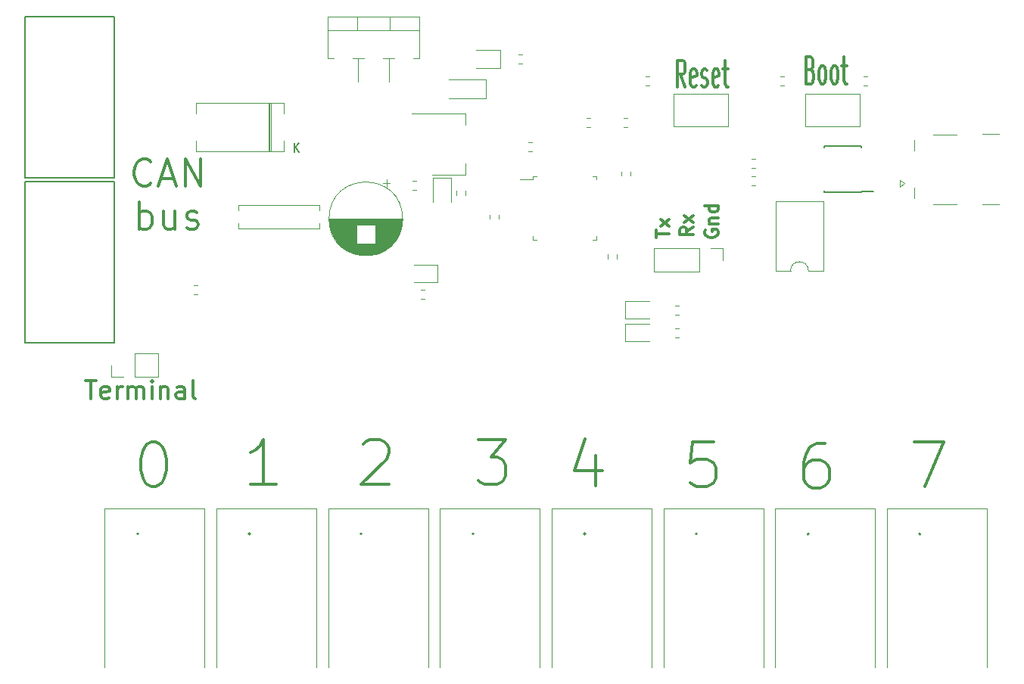
<source format=gbr>
G04 #@! TF.FileFunction,Legend,Top*
%FSLAX46Y46*%
G04 Gerber Fmt 4.6, Leading zero omitted, Abs format (unit mm)*
G04 Created by KiCad (PCBNEW 4.0.7) date Wed Jul  4 11:14:09 2018*
%MOMM*%
%LPD*%
G01*
G04 APERTURE LIST*
%ADD10C,0.100000*%
%ADD11C,0.300000*%
%ADD12C,0.120000*%
%ADD13C,0.200000*%
%ADD14C,0.150000*%
G04 APERTURE END LIST*
D10*
D11*
X31782523Y-107743762D02*
X32925380Y-107743762D01*
X32353952Y-109743762D02*
X32353952Y-107743762D01*
X34353952Y-109648524D02*
X34163476Y-109743762D01*
X33782524Y-109743762D01*
X33592047Y-109648524D01*
X33496809Y-109458048D01*
X33496809Y-108696143D01*
X33592047Y-108505667D01*
X33782524Y-108410429D01*
X34163476Y-108410429D01*
X34353952Y-108505667D01*
X34449190Y-108696143D01*
X34449190Y-108886619D01*
X33496809Y-109077095D01*
X35306333Y-109743762D02*
X35306333Y-108410429D01*
X35306333Y-108791381D02*
X35401572Y-108600905D01*
X35496810Y-108505667D01*
X35687286Y-108410429D01*
X35877762Y-108410429D01*
X36544428Y-109743762D02*
X36544428Y-108410429D01*
X36544428Y-108600905D02*
X36639667Y-108505667D01*
X36830143Y-108410429D01*
X37115857Y-108410429D01*
X37306333Y-108505667D01*
X37401571Y-108696143D01*
X37401571Y-109743762D01*
X37401571Y-108696143D02*
X37496809Y-108505667D01*
X37687286Y-108410429D01*
X37973000Y-108410429D01*
X38163476Y-108505667D01*
X38258714Y-108696143D01*
X38258714Y-109743762D01*
X39211095Y-109743762D02*
X39211095Y-108410429D01*
X39211095Y-107743762D02*
X39115857Y-107839000D01*
X39211095Y-107934238D01*
X39306334Y-107839000D01*
X39211095Y-107743762D01*
X39211095Y-107934238D01*
X40163476Y-108410429D02*
X40163476Y-109743762D01*
X40163476Y-108600905D02*
X40258715Y-108505667D01*
X40449191Y-108410429D01*
X40734905Y-108410429D01*
X40925381Y-108505667D01*
X41020619Y-108696143D01*
X41020619Y-109743762D01*
X42830143Y-109743762D02*
X42830143Y-108696143D01*
X42734905Y-108505667D01*
X42544429Y-108410429D01*
X42163477Y-108410429D01*
X41973000Y-108505667D01*
X42830143Y-109648524D02*
X42639667Y-109743762D01*
X42163477Y-109743762D01*
X41973000Y-109648524D01*
X41877762Y-109458048D01*
X41877762Y-109267571D01*
X41973000Y-109077095D01*
X42163477Y-108981857D01*
X42639667Y-108981857D01*
X42830143Y-108886619D01*
X44068239Y-109743762D02*
X43877763Y-109648524D01*
X43782524Y-109458048D01*
X43782524Y-107743762D01*
X39071428Y-85671429D02*
X38928571Y-85814286D01*
X38500000Y-85957143D01*
X38214286Y-85957143D01*
X37785714Y-85814286D01*
X37500000Y-85528571D01*
X37357143Y-85242857D01*
X37214286Y-84671429D01*
X37214286Y-84242857D01*
X37357143Y-83671429D01*
X37500000Y-83385714D01*
X37785714Y-83100000D01*
X38214286Y-82957143D01*
X38500000Y-82957143D01*
X38928571Y-83100000D01*
X39071428Y-83242857D01*
X40214286Y-85100000D02*
X41642857Y-85100000D01*
X39928571Y-85957143D02*
X40928571Y-82957143D01*
X41928571Y-85957143D01*
X42928572Y-85957143D02*
X42928572Y-82957143D01*
X44642857Y-85957143D01*
X44642857Y-82957143D01*
X37785715Y-90757143D02*
X37785715Y-87757143D01*
X37785715Y-88900000D02*
X38071429Y-88757143D01*
X38642858Y-88757143D01*
X38928572Y-88900000D01*
X39071429Y-89042857D01*
X39214286Y-89328571D01*
X39214286Y-90185714D01*
X39071429Y-90471429D01*
X38928572Y-90614286D01*
X38642858Y-90757143D01*
X38071429Y-90757143D01*
X37785715Y-90614286D01*
X41785715Y-88757143D02*
X41785715Y-90757143D01*
X40500001Y-88757143D02*
X40500001Y-90328571D01*
X40642858Y-90614286D01*
X40928572Y-90757143D01*
X41357144Y-90757143D01*
X41642858Y-90614286D01*
X41785715Y-90471429D01*
X43071430Y-90614286D02*
X43357144Y-90757143D01*
X43928572Y-90757143D01*
X44214287Y-90614286D01*
X44357144Y-90328571D01*
X44357144Y-90185714D01*
X44214287Y-89900000D01*
X43928572Y-89757143D01*
X43500001Y-89757143D01*
X43214287Y-89614286D01*
X43071430Y-89328571D01*
X43071430Y-89185714D01*
X43214287Y-88900000D01*
X43500001Y-88757143D01*
X43928572Y-88757143D01*
X44214287Y-88900000D01*
X124444334Y-114609905D02*
X127777667Y-114609905D01*
X125634810Y-119609905D01*
X114490381Y-114736905D02*
X113538000Y-114736905D01*
X113061810Y-114975000D01*
X112823715Y-115213095D01*
X112347524Y-115927381D01*
X112109429Y-116879762D01*
X112109429Y-118784524D01*
X112347524Y-119260714D01*
X112585619Y-119498810D01*
X113061810Y-119736905D01*
X114014191Y-119736905D01*
X114490381Y-119498810D01*
X114728477Y-119260714D01*
X114966572Y-118784524D01*
X114966572Y-117594048D01*
X114728477Y-117117857D01*
X114490381Y-116879762D01*
X114014191Y-116641667D01*
X113061810Y-116641667D01*
X112585619Y-116879762D01*
X112347524Y-117117857D01*
X112109429Y-117594048D01*
X102028477Y-114609905D02*
X99647524Y-114609905D01*
X99409429Y-116990857D01*
X99647524Y-116752762D01*
X100123715Y-116514667D01*
X101314191Y-116514667D01*
X101790381Y-116752762D01*
X102028477Y-116990857D01*
X102266572Y-117467048D01*
X102266572Y-118657524D01*
X102028477Y-119133714D01*
X101790381Y-119371810D01*
X101314191Y-119609905D01*
X100123715Y-119609905D01*
X99647524Y-119371810D01*
X99409429Y-119133714D01*
X88836381Y-116149571D02*
X88836381Y-119482905D01*
X87645905Y-114244810D02*
X86455429Y-117816238D01*
X89550667Y-117816238D01*
X75676334Y-114355905D02*
X78771572Y-114355905D01*
X77104905Y-116260667D01*
X77819191Y-116260667D01*
X78295381Y-116498762D01*
X78533477Y-116736857D01*
X78771572Y-117213048D01*
X78771572Y-118403524D01*
X78533477Y-118879714D01*
X78295381Y-119117810D01*
X77819191Y-119355905D01*
X76390619Y-119355905D01*
X75914429Y-119117810D01*
X75676334Y-118879714D01*
X62833429Y-114832095D02*
X63071524Y-114594000D01*
X63547715Y-114355905D01*
X64738191Y-114355905D01*
X65214381Y-114594000D01*
X65452477Y-114832095D01*
X65690572Y-115308286D01*
X65690572Y-115784476D01*
X65452477Y-116498762D01*
X62595334Y-119355905D01*
X65690572Y-119355905D01*
X53117572Y-119355905D02*
X50260429Y-119355905D01*
X51689000Y-119355905D02*
X51689000Y-114355905D01*
X51212810Y-115070190D01*
X50736619Y-115546381D01*
X50260429Y-115784476D01*
X39131905Y-114609905D02*
X39608096Y-114609905D01*
X40084286Y-114848000D01*
X40322381Y-115086095D01*
X40560477Y-115562286D01*
X40798572Y-116514667D01*
X40798572Y-117705143D01*
X40560477Y-118657524D01*
X40322381Y-119133714D01*
X40084286Y-119371810D01*
X39608096Y-119609905D01*
X39131905Y-119609905D01*
X38655715Y-119371810D01*
X38417619Y-119133714D01*
X38179524Y-118657524D01*
X37941429Y-117705143D01*
X37941429Y-116514667D01*
X38179524Y-115562286D01*
X38417619Y-115086095D01*
X38655715Y-114848000D01*
X39131905Y-114609905D01*
X95571571Y-91713714D02*
X95571571Y-90856571D01*
X97071571Y-91285142D02*
X95571571Y-91285142D01*
X97071571Y-90499428D02*
X96071571Y-89713714D01*
X96071571Y-90499428D02*
X97071571Y-89713714D01*
X99738571Y-90566857D02*
X99024286Y-91066857D01*
X99738571Y-91424000D02*
X98238571Y-91424000D01*
X98238571Y-90852572D01*
X98310000Y-90709714D01*
X98381429Y-90638286D01*
X98524286Y-90566857D01*
X98738571Y-90566857D01*
X98881429Y-90638286D01*
X98952857Y-90709714D01*
X99024286Y-90852572D01*
X99024286Y-91424000D01*
X99738571Y-90066857D02*
X98738571Y-89281143D01*
X98738571Y-90066857D02*
X99738571Y-89281143D01*
X101104000Y-90880286D02*
X101032571Y-91023143D01*
X101032571Y-91237429D01*
X101104000Y-91451714D01*
X101246857Y-91594572D01*
X101389714Y-91666000D01*
X101675429Y-91737429D01*
X101889714Y-91737429D01*
X102175429Y-91666000D01*
X102318286Y-91594572D01*
X102461143Y-91451714D01*
X102532571Y-91237429D01*
X102532571Y-91094572D01*
X102461143Y-90880286D01*
X102389714Y-90808857D01*
X101889714Y-90808857D01*
X101889714Y-91094572D01*
X101532571Y-90166000D02*
X102532571Y-90166000D01*
X101675429Y-90166000D02*
X101604000Y-90094572D01*
X101532571Y-89951714D01*
X101532571Y-89737429D01*
X101604000Y-89594572D01*
X101746857Y-89523143D01*
X102532571Y-89523143D01*
X102532571Y-88166000D02*
X101032571Y-88166000D01*
X102461143Y-88166000D02*
X102532571Y-88308857D01*
X102532571Y-88594571D01*
X102461143Y-88737429D01*
X102389714Y-88808857D01*
X102246857Y-88880286D01*
X101818286Y-88880286D01*
X101675429Y-88808857D01*
X101604000Y-88737429D01*
X101532571Y-88594571D01*
X101532571Y-88308857D01*
X101604000Y-88166000D01*
X98853858Y-74890143D02*
X98353858Y-73461571D01*
X97996715Y-74890143D02*
X97996715Y-71890143D01*
X98568143Y-71890143D01*
X98711001Y-72033000D01*
X98782429Y-72175857D01*
X98853858Y-72461571D01*
X98853858Y-72890143D01*
X98782429Y-73175857D01*
X98711001Y-73318714D01*
X98568143Y-73461571D01*
X97996715Y-73461571D01*
X100068143Y-74747286D02*
X99925286Y-74890143D01*
X99639572Y-74890143D01*
X99496715Y-74747286D01*
X99425286Y-74461571D01*
X99425286Y-73318714D01*
X99496715Y-73033000D01*
X99639572Y-72890143D01*
X99925286Y-72890143D01*
X100068143Y-73033000D01*
X100139572Y-73318714D01*
X100139572Y-73604429D01*
X99425286Y-73890143D01*
X100711000Y-74747286D02*
X100853857Y-74890143D01*
X101139572Y-74890143D01*
X101282429Y-74747286D01*
X101353857Y-74461571D01*
X101353857Y-74318714D01*
X101282429Y-74033000D01*
X101139572Y-73890143D01*
X100925286Y-73890143D01*
X100782429Y-73747286D01*
X100711000Y-73461571D01*
X100711000Y-73318714D01*
X100782429Y-73033000D01*
X100925286Y-72890143D01*
X101139572Y-72890143D01*
X101282429Y-73033000D01*
X102568143Y-74747286D02*
X102425286Y-74890143D01*
X102139572Y-74890143D01*
X101996715Y-74747286D01*
X101925286Y-74461571D01*
X101925286Y-73318714D01*
X101996715Y-73033000D01*
X102139572Y-72890143D01*
X102425286Y-72890143D01*
X102568143Y-73033000D01*
X102639572Y-73318714D01*
X102639572Y-73604429D01*
X101925286Y-73890143D01*
X103068143Y-72890143D02*
X103639572Y-72890143D01*
X103282429Y-71890143D02*
X103282429Y-74461571D01*
X103353857Y-74747286D01*
X103496715Y-74890143D01*
X103639572Y-74890143D01*
X112875429Y-72937714D02*
X113089715Y-73080571D01*
X113161143Y-73223429D01*
X113232572Y-73509143D01*
X113232572Y-73937714D01*
X113161143Y-74223429D01*
X113089715Y-74366286D01*
X112946857Y-74509143D01*
X112375429Y-74509143D01*
X112375429Y-71509143D01*
X112875429Y-71509143D01*
X113018286Y-71652000D01*
X113089715Y-71794857D01*
X113161143Y-72080571D01*
X113161143Y-72366286D01*
X113089715Y-72652000D01*
X113018286Y-72794857D01*
X112875429Y-72937714D01*
X112375429Y-72937714D01*
X114089715Y-74509143D02*
X113946857Y-74366286D01*
X113875429Y-74223429D01*
X113804000Y-73937714D01*
X113804000Y-73080571D01*
X113875429Y-72794857D01*
X113946857Y-72652000D01*
X114089715Y-72509143D01*
X114304000Y-72509143D01*
X114446857Y-72652000D01*
X114518286Y-72794857D01*
X114589715Y-73080571D01*
X114589715Y-73937714D01*
X114518286Y-74223429D01*
X114446857Y-74366286D01*
X114304000Y-74509143D01*
X114089715Y-74509143D01*
X115446858Y-74509143D02*
X115304000Y-74366286D01*
X115232572Y-74223429D01*
X115161143Y-73937714D01*
X115161143Y-73080571D01*
X115232572Y-72794857D01*
X115304000Y-72652000D01*
X115446858Y-72509143D01*
X115661143Y-72509143D01*
X115804000Y-72652000D01*
X115875429Y-72794857D01*
X115946858Y-73080571D01*
X115946858Y-73937714D01*
X115875429Y-74223429D01*
X115804000Y-74366286D01*
X115661143Y-74509143D01*
X115446858Y-74509143D01*
X116375429Y-72509143D02*
X116946858Y-72509143D01*
X116589715Y-71509143D02*
X116589715Y-74080571D01*
X116661143Y-74366286D01*
X116804001Y-74509143D01*
X116946858Y-74509143D01*
D12*
X83910000Y-139800000D02*
X83910000Y-122000000D01*
X83910000Y-122000000D02*
X95090000Y-122000000D01*
X95090000Y-122000000D02*
X95090000Y-139800000D01*
D13*
X87695000Y-124880000D02*
G75*
G03X87695000Y-124880000I-100000J0D01*
G01*
D12*
X71410000Y-139800000D02*
X71410000Y-122000000D01*
X71410000Y-122000000D02*
X82590000Y-122000000D01*
X82590000Y-122000000D02*
X82590000Y-139800000D01*
D13*
X75195000Y-124880000D02*
G75*
G03X75195000Y-124880000I-100000J0D01*
G01*
D12*
X33910000Y-139800000D02*
X33910000Y-122000000D01*
X33910000Y-122000000D02*
X45090000Y-122000000D01*
X45090000Y-122000000D02*
X45090000Y-139800000D01*
D13*
X37695000Y-124880000D02*
G75*
G03X37695000Y-124880000I-100000J0D01*
G01*
D12*
X46410000Y-139800000D02*
X46410000Y-122000000D01*
X46410000Y-122000000D02*
X57590000Y-122000000D01*
X57590000Y-122000000D02*
X57590000Y-139800000D01*
D13*
X50195000Y-124880000D02*
G75*
G03X50195000Y-124880000I-100000J0D01*
G01*
D12*
X58910000Y-139800000D02*
X58910000Y-122000000D01*
X58910000Y-122000000D02*
X70090000Y-122000000D01*
X70090000Y-122000000D02*
X70090000Y-139800000D01*
D13*
X62695000Y-124880000D02*
G75*
G03X62695000Y-124880000I-100000J0D01*
G01*
D12*
X96410000Y-139800000D02*
X96410000Y-122000000D01*
X96410000Y-122000000D02*
X107590000Y-122000000D01*
X107590000Y-122000000D02*
X107590000Y-139800000D01*
D13*
X100195000Y-124880000D02*
G75*
G03X100195000Y-124880000I-100000J0D01*
G01*
D12*
X108910000Y-139800000D02*
X108910000Y-122000000D01*
X108910000Y-122000000D02*
X120090000Y-122000000D01*
X120090000Y-122000000D02*
X120090000Y-139800000D01*
D13*
X112695000Y-124880000D02*
G75*
G03X112695000Y-124880000I-100000J0D01*
G01*
D12*
X121410000Y-139800000D02*
X121410000Y-122000000D01*
X121410000Y-122000000D02*
X132590000Y-122000000D01*
X132590000Y-122000000D02*
X132590000Y-139800000D01*
D13*
X125195000Y-124880000D02*
G75*
G03X125195000Y-124880000I-100000J0D01*
G01*
D12*
X72441000Y-76117000D02*
X76536000Y-76117000D01*
X76536000Y-76117000D02*
X76536000Y-73997000D01*
X76536000Y-73997000D02*
X72441000Y-73997000D01*
X67239000Y-89634000D02*
G75*
G03X67239000Y-89634000I-4120000J0D01*
G01*
X67199000Y-89634000D02*
X59039000Y-89634000D01*
X67199000Y-89674000D02*
X59039000Y-89674000D01*
X67199000Y-89714000D02*
X59039000Y-89714000D01*
X67198000Y-89754000D02*
X59040000Y-89754000D01*
X67196000Y-89794000D02*
X59042000Y-89794000D01*
X67195000Y-89834000D02*
X59043000Y-89834000D01*
X67193000Y-89874000D02*
X59045000Y-89874000D01*
X67190000Y-89914000D02*
X59048000Y-89914000D01*
X67187000Y-89954000D02*
X59051000Y-89954000D01*
X67184000Y-89994000D02*
X59054000Y-89994000D01*
X67180000Y-90034000D02*
X59058000Y-90034000D01*
X67176000Y-90074000D02*
X59062000Y-90074000D01*
X67171000Y-90114000D02*
X59067000Y-90114000D01*
X67167000Y-90154000D02*
X59071000Y-90154000D01*
X67161000Y-90194000D02*
X59077000Y-90194000D01*
X67156000Y-90234000D02*
X59082000Y-90234000D01*
X67149000Y-90274000D02*
X59089000Y-90274000D01*
X67143000Y-90314000D02*
X59095000Y-90314000D01*
X67136000Y-90355000D02*
X64159000Y-90355000D01*
X62079000Y-90355000D02*
X59102000Y-90355000D01*
X67129000Y-90395000D02*
X64159000Y-90395000D01*
X62079000Y-90395000D02*
X59109000Y-90395000D01*
X67121000Y-90435000D02*
X64159000Y-90435000D01*
X62079000Y-90435000D02*
X59117000Y-90435000D01*
X67113000Y-90475000D02*
X64159000Y-90475000D01*
X62079000Y-90475000D02*
X59125000Y-90475000D01*
X67104000Y-90515000D02*
X64159000Y-90515000D01*
X62079000Y-90515000D02*
X59134000Y-90515000D01*
X67095000Y-90555000D02*
X64159000Y-90555000D01*
X62079000Y-90555000D02*
X59143000Y-90555000D01*
X67086000Y-90595000D02*
X64159000Y-90595000D01*
X62079000Y-90595000D02*
X59152000Y-90595000D01*
X67076000Y-90635000D02*
X64159000Y-90635000D01*
X62079000Y-90635000D02*
X59162000Y-90635000D01*
X67066000Y-90675000D02*
X64159000Y-90675000D01*
X62079000Y-90675000D02*
X59172000Y-90675000D01*
X67055000Y-90715000D02*
X64159000Y-90715000D01*
X62079000Y-90715000D02*
X59183000Y-90715000D01*
X67044000Y-90755000D02*
X64159000Y-90755000D01*
X62079000Y-90755000D02*
X59194000Y-90755000D01*
X67033000Y-90795000D02*
X64159000Y-90795000D01*
X62079000Y-90795000D02*
X59205000Y-90795000D01*
X67021000Y-90835000D02*
X64159000Y-90835000D01*
X62079000Y-90835000D02*
X59217000Y-90835000D01*
X67008000Y-90875000D02*
X64159000Y-90875000D01*
X62079000Y-90875000D02*
X59230000Y-90875000D01*
X66996000Y-90915000D02*
X64159000Y-90915000D01*
X62079000Y-90915000D02*
X59242000Y-90915000D01*
X66982000Y-90955000D02*
X64159000Y-90955000D01*
X62079000Y-90955000D02*
X59256000Y-90955000D01*
X66969000Y-90995000D02*
X64159000Y-90995000D01*
X62079000Y-90995000D02*
X59269000Y-90995000D01*
X66954000Y-91035000D02*
X64159000Y-91035000D01*
X62079000Y-91035000D02*
X59284000Y-91035000D01*
X66940000Y-91075000D02*
X64159000Y-91075000D01*
X62079000Y-91075000D02*
X59298000Y-91075000D01*
X66924000Y-91115000D02*
X64159000Y-91115000D01*
X62079000Y-91115000D02*
X59314000Y-91115000D01*
X66909000Y-91155000D02*
X64159000Y-91155000D01*
X62079000Y-91155000D02*
X59329000Y-91155000D01*
X66893000Y-91195000D02*
X64159000Y-91195000D01*
X62079000Y-91195000D02*
X59345000Y-91195000D01*
X66876000Y-91235000D02*
X64159000Y-91235000D01*
X62079000Y-91235000D02*
X59362000Y-91235000D01*
X66859000Y-91275000D02*
X64159000Y-91275000D01*
X62079000Y-91275000D02*
X59379000Y-91275000D01*
X66841000Y-91315000D02*
X64159000Y-91315000D01*
X62079000Y-91315000D02*
X59397000Y-91315000D01*
X66823000Y-91355000D02*
X64159000Y-91355000D01*
X62079000Y-91355000D02*
X59415000Y-91355000D01*
X66805000Y-91395000D02*
X64159000Y-91395000D01*
X62079000Y-91395000D02*
X59433000Y-91395000D01*
X66785000Y-91435000D02*
X64159000Y-91435000D01*
X62079000Y-91435000D02*
X59453000Y-91435000D01*
X66766000Y-91475000D02*
X64159000Y-91475000D01*
X62079000Y-91475000D02*
X59472000Y-91475000D01*
X66746000Y-91515000D02*
X64159000Y-91515000D01*
X62079000Y-91515000D02*
X59492000Y-91515000D01*
X66725000Y-91555000D02*
X64159000Y-91555000D01*
X62079000Y-91555000D02*
X59513000Y-91555000D01*
X66703000Y-91595000D02*
X64159000Y-91595000D01*
X62079000Y-91595000D02*
X59535000Y-91595000D01*
X66681000Y-91635000D02*
X64159000Y-91635000D01*
X62079000Y-91635000D02*
X59557000Y-91635000D01*
X66659000Y-91675000D02*
X64159000Y-91675000D01*
X62079000Y-91675000D02*
X59579000Y-91675000D01*
X66636000Y-91715000D02*
X64159000Y-91715000D01*
X62079000Y-91715000D02*
X59602000Y-91715000D01*
X66612000Y-91755000D02*
X64159000Y-91755000D01*
X62079000Y-91755000D02*
X59626000Y-91755000D01*
X66588000Y-91795000D02*
X64159000Y-91795000D01*
X62079000Y-91795000D02*
X59650000Y-91795000D01*
X66563000Y-91835000D02*
X64159000Y-91835000D01*
X62079000Y-91835000D02*
X59675000Y-91835000D01*
X66537000Y-91875000D02*
X64159000Y-91875000D01*
X62079000Y-91875000D02*
X59701000Y-91875000D01*
X66511000Y-91915000D02*
X64159000Y-91915000D01*
X62079000Y-91915000D02*
X59727000Y-91915000D01*
X66484000Y-91955000D02*
X64159000Y-91955000D01*
X62079000Y-91955000D02*
X59754000Y-91955000D01*
X66457000Y-91995000D02*
X64159000Y-91995000D01*
X62079000Y-91995000D02*
X59781000Y-91995000D01*
X66428000Y-92035000D02*
X64159000Y-92035000D01*
X62079000Y-92035000D02*
X59810000Y-92035000D01*
X66399000Y-92075000D02*
X64159000Y-92075000D01*
X62079000Y-92075000D02*
X59839000Y-92075000D01*
X66369000Y-92115000D02*
X64159000Y-92115000D01*
X62079000Y-92115000D02*
X59869000Y-92115000D01*
X66339000Y-92155000D02*
X64159000Y-92155000D01*
X62079000Y-92155000D02*
X59899000Y-92155000D01*
X66308000Y-92195000D02*
X64159000Y-92195000D01*
X62079000Y-92195000D02*
X59930000Y-92195000D01*
X66275000Y-92235000D02*
X64159000Y-92235000D01*
X62079000Y-92235000D02*
X59963000Y-92235000D01*
X66243000Y-92275000D02*
X64159000Y-92275000D01*
X62079000Y-92275000D02*
X59995000Y-92275000D01*
X66209000Y-92315000D02*
X64159000Y-92315000D01*
X62079000Y-92315000D02*
X60029000Y-92315000D01*
X66174000Y-92355000D02*
X64159000Y-92355000D01*
X62079000Y-92355000D02*
X60064000Y-92355000D01*
X66138000Y-92395000D02*
X64159000Y-92395000D01*
X62079000Y-92395000D02*
X60100000Y-92395000D01*
X66102000Y-92435000D02*
X60136000Y-92435000D01*
X66064000Y-92475000D02*
X60174000Y-92475000D01*
X66026000Y-92515000D02*
X60212000Y-92515000D01*
X65986000Y-92555000D02*
X60252000Y-92555000D01*
X65945000Y-92595000D02*
X60293000Y-92595000D01*
X65903000Y-92635000D02*
X60335000Y-92635000D01*
X65860000Y-92675000D02*
X60378000Y-92675000D01*
X65816000Y-92715000D02*
X60422000Y-92715000D01*
X65770000Y-92755000D02*
X60468000Y-92755000D01*
X65723000Y-92795000D02*
X60515000Y-92795000D01*
X65675000Y-92835000D02*
X60563000Y-92835000D01*
X65624000Y-92875000D02*
X60614000Y-92875000D01*
X65573000Y-92915000D02*
X60665000Y-92915000D01*
X65519000Y-92955000D02*
X60719000Y-92955000D01*
X65464000Y-92995000D02*
X60774000Y-92995000D01*
X65406000Y-93035000D02*
X60832000Y-93035000D01*
X65347000Y-93075000D02*
X60891000Y-93075000D01*
X65285000Y-93115000D02*
X60953000Y-93115000D01*
X65221000Y-93155000D02*
X61017000Y-93155000D01*
X65153000Y-93195000D02*
X61085000Y-93195000D01*
X65083000Y-93235000D02*
X61155000Y-93235000D01*
X65009000Y-93275000D02*
X61229000Y-93275000D01*
X64932000Y-93315000D02*
X61306000Y-93315000D01*
X64850000Y-93355000D02*
X61388000Y-93355000D01*
X64764000Y-93395000D02*
X61474000Y-93395000D01*
X64671000Y-93435000D02*
X61567000Y-93435000D01*
X64572000Y-93475000D02*
X61666000Y-93475000D01*
X64465000Y-93515000D02*
X61773000Y-93515000D01*
X64348000Y-93555000D02*
X61890000Y-93555000D01*
X64217000Y-93595000D02*
X62021000Y-93595000D01*
X64067000Y-93635000D02*
X62171000Y-93635000D01*
X63887000Y-93675000D02*
X62351000Y-93675000D01*
X63652000Y-93715000D02*
X62586000Y-93715000D01*
X65434000Y-85224302D02*
X65434000Y-86024302D01*
X65834000Y-85624302D02*
X65034000Y-85624302D01*
X94835000Y-74678000D02*
X94395000Y-74678000D01*
X94835000Y-73658000D02*
X94395000Y-73658000D01*
X118779000Y-73658000D02*
X119219000Y-73658000D01*
X118779000Y-74678000D02*
X119219000Y-74678000D01*
X90168000Y-94073000D02*
X90168000Y-93633000D01*
X91188000Y-94073000D02*
X91188000Y-93633000D01*
X81754000Y-82044000D02*
X81314000Y-82044000D01*
X81754000Y-81024000D02*
X81314000Y-81024000D01*
X77980000Y-89188000D02*
X77980000Y-89628000D01*
X76960000Y-89188000D02*
X76960000Y-89628000D01*
X91692000Y-84802000D02*
X91692000Y-84362000D01*
X92712000Y-84802000D02*
X92712000Y-84362000D01*
X53907000Y-80915000D02*
X53907000Y-82100000D01*
X53907000Y-82100000D02*
X44137000Y-82100000D01*
X44137000Y-82100000D02*
X44137000Y-80915000D01*
X53907000Y-77835000D02*
X53907000Y-76650000D01*
X53907000Y-76650000D02*
X44137000Y-76650000D01*
X44137000Y-76650000D02*
X44137000Y-77835000D01*
X52357500Y-82100000D02*
X52357500Y-76650000D01*
X52237500Y-82100000D02*
X52237500Y-76650000D01*
X52477500Y-82100000D02*
X52477500Y-76650000D01*
X75454000Y-72765000D02*
X78154000Y-72765000D01*
X78154000Y-72765000D02*
X78154000Y-70745000D01*
X78154000Y-70745000D02*
X75454000Y-70745000D01*
X94853000Y-101352000D02*
X92153000Y-101352000D01*
X92153000Y-101352000D02*
X92153000Y-103372000D01*
X92153000Y-103372000D02*
X94853000Y-103372000D01*
X94853000Y-98812000D02*
X92153000Y-98812000D01*
X92153000Y-98812000D02*
X92153000Y-100832000D01*
X92153000Y-100832000D02*
X94853000Y-100832000D01*
X68469000Y-96768000D02*
X71169000Y-96768000D01*
X71169000Y-96768000D02*
X71169000Y-94748000D01*
X71169000Y-94748000D02*
X68469000Y-94748000D01*
X72638000Y-87741000D02*
X72638000Y-85041000D01*
X72638000Y-85041000D02*
X70618000Y-85041000D01*
X70618000Y-85041000D02*
X70618000Y-87741000D01*
X39870000Y-107330000D02*
X39870000Y-104670000D01*
X37270000Y-107330000D02*
X39870000Y-107330000D01*
X37270000Y-104670000D02*
X39870000Y-104670000D01*
X37270000Y-107330000D02*
X37270000Y-104670000D01*
X36000000Y-107330000D02*
X34670000Y-107330000D01*
X34670000Y-107330000D02*
X34670000Y-106000000D01*
X57960000Y-90718000D02*
X48840000Y-90718000D01*
X57960000Y-88098000D02*
X48840000Y-88098000D01*
X57960000Y-90718000D02*
X57960000Y-90158000D01*
X57960000Y-88658000D02*
X57960000Y-88098000D01*
X48840000Y-90718000D02*
X48840000Y-90158000D01*
X48840000Y-88658000D02*
X48840000Y-88098000D01*
X95317000Y-92904000D02*
X95317000Y-95564000D01*
X100457000Y-92904000D02*
X95317000Y-92904000D01*
X100457000Y-95564000D02*
X95317000Y-95564000D01*
X100457000Y-92904000D02*
X100457000Y-95564000D01*
X101727000Y-92904000D02*
X103057000Y-92904000D01*
X103057000Y-92904000D02*
X103057000Y-94234000D01*
X133989000Y-80124000D02*
X132089000Y-80124000D01*
X129189000Y-80174000D02*
X126589000Y-80174000D01*
X124489000Y-82024000D02*
X124489000Y-80824000D01*
X124489000Y-87324000D02*
X124489000Y-86124000D01*
X129189000Y-87974000D02*
X126589000Y-87974000D01*
X133989000Y-87974000D02*
X132089000Y-87974000D01*
X122889000Y-85324000D02*
X123339000Y-85674000D01*
X122889000Y-86024000D02*
X122889000Y-85324000D01*
X123339000Y-85674000D02*
X122889000Y-86024000D01*
X43849000Y-97026000D02*
X44289000Y-97026000D01*
X43849000Y-98046000D02*
X44289000Y-98046000D01*
X69689000Y-98554000D02*
X69249000Y-98554000D01*
X69689000Y-97534000D02*
X69249000Y-97534000D01*
X80611000Y-72265000D02*
X80171000Y-72265000D01*
X80611000Y-71245000D02*
X80171000Y-71245000D01*
X68360000Y-85342000D02*
X68800000Y-85342000D01*
X68360000Y-86362000D02*
X68800000Y-86362000D01*
X74297000Y-86521000D02*
X74297000Y-86961000D01*
X73277000Y-86521000D02*
X73277000Y-86961000D01*
X87791000Y-78357000D02*
X88231000Y-78357000D01*
X87791000Y-79377000D02*
X88231000Y-79377000D01*
X109948000Y-74678000D02*
X109508000Y-74678000D01*
X109948000Y-73658000D02*
X109508000Y-73658000D01*
X92422000Y-79377000D02*
X91982000Y-79377000D01*
X92422000Y-78357000D02*
X91982000Y-78357000D01*
X97697000Y-101852000D02*
X98137000Y-101852000D01*
X97697000Y-102872000D02*
X98137000Y-102872000D01*
X97697000Y-99312000D02*
X98137000Y-99312000D01*
X97697000Y-100332000D02*
X98137000Y-100332000D01*
X106709500Y-85854000D02*
X106269500Y-85854000D01*
X106709500Y-84834000D02*
X106269500Y-84834000D01*
X106709500Y-83949000D02*
X106269500Y-83949000D01*
X106709500Y-82929000D02*
X106269500Y-82929000D01*
X74300000Y-84690000D02*
X74300000Y-83430000D01*
X74300000Y-77870000D02*
X74300000Y-79130000D01*
X70540000Y-84690000D02*
X74300000Y-84690000D01*
X68290000Y-77870000D02*
X74300000Y-77870000D01*
X88904000Y-84832000D02*
X88904000Y-85252000D01*
X88904000Y-91952000D02*
X88904000Y-91532000D01*
X81784000Y-91952000D02*
X81784000Y-91532000D01*
X81784000Y-84832000D02*
X82204000Y-84832000D01*
X88904000Y-91952000D02*
X88484000Y-91952000D01*
X88904000Y-84832000D02*
X88484000Y-84832000D01*
X81784000Y-85252000D02*
X80404000Y-85252000D01*
X81784000Y-84832000D02*
X81784000Y-85252000D01*
X81784000Y-91952000D02*
X82204000Y-91952000D01*
X58858000Y-67008000D02*
X69099000Y-67008000D01*
X58858000Y-71649000D02*
X59529000Y-71649000D01*
X61629000Y-71649000D02*
X62914000Y-71649000D01*
X65044000Y-71649000D02*
X66314000Y-71649000D01*
X68444000Y-71649000D02*
X69099000Y-71649000D01*
X58858000Y-67008000D02*
X58858000Y-71649000D01*
X69099000Y-67008000D02*
X69099000Y-71649000D01*
X58858000Y-68517000D02*
X69099000Y-68517000D01*
X62129000Y-67008000D02*
X62129000Y-68517000D01*
X65829000Y-67008000D02*
X65829000Y-68517000D01*
X62279000Y-71649000D02*
X62279000Y-74263000D01*
X65679000Y-71649000D02*
X65679000Y-74263000D01*
X97524000Y-75660000D02*
X103644000Y-75660000D01*
X103644000Y-75660000D02*
X103644000Y-79280000D01*
X103644000Y-79280000D02*
X97524000Y-79280000D01*
X97524000Y-79280000D02*
X97524000Y-75660000D01*
X112256000Y-75660000D02*
X118376000Y-75660000D01*
X118376000Y-75660000D02*
X118376000Y-79280000D01*
X118376000Y-79280000D02*
X112256000Y-79280000D01*
X112256000Y-79280000D02*
X112256000Y-75660000D01*
D14*
X118534000Y-86649000D02*
X118534000Y-86599000D01*
X114384000Y-86649000D02*
X114384000Y-86504000D01*
X114384000Y-81499000D02*
X114384000Y-81644000D01*
X118534000Y-81499000D02*
X118534000Y-81644000D01*
X118534000Y-86649000D02*
X114384000Y-86649000D01*
X118534000Y-81499000D02*
X114384000Y-81499000D01*
X118534000Y-86599000D02*
X119934000Y-86599000D01*
X25000000Y-67000000D02*
X25000000Y-85000000D01*
X25000000Y-85000000D02*
X35000000Y-85000000D01*
X35000000Y-85000000D02*
X35000000Y-67000000D01*
X35000000Y-67000000D02*
X25000000Y-67000000D01*
X25000000Y-85500000D02*
X25000000Y-103500000D01*
X25000000Y-103500000D02*
X35000000Y-103500000D01*
X35000000Y-103500000D02*
X35000000Y-85500000D01*
X35000000Y-85500000D02*
X25000000Y-85500000D01*
D12*
X110633000Y-95437000D02*
G75*
G02X112633000Y-95437000I1000000J0D01*
G01*
X112633000Y-95437000D02*
X114283000Y-95437000D01*
X114283000Y-95437000D02*
X114283000Y-87697000D01*
X114283000Y-87697000D02*
X108983000Y-87697000D01*
X108983000Y-87697000D02*
X108983000Y-95437000D01*
X108983000Y-95437000D02*
X110633000Y-95437000D01*
D14*
X55110095Y-82127381D02*
X55110095Y-81127381D01*
X55681524Y-82127381D02*
X55252952Y-81555952D01*
X55681524Y-81127381D02*
X55110095Y-81698810D01*
M02*

</source>
